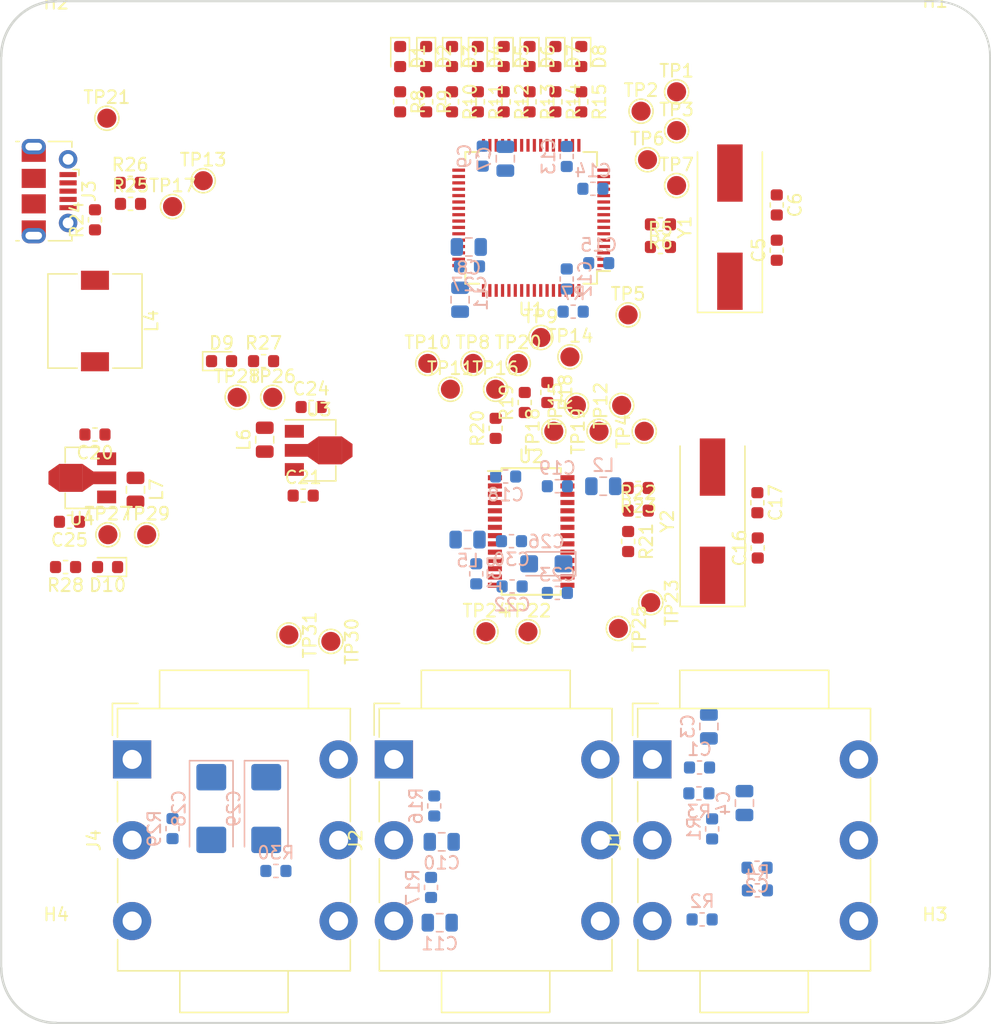
<source format=kicad_pcb>
(kicad_pcb (version 20171130) (host pcbnew 5.0.2+dfsg1-1)
  (layers (0 F.Cu signal) (31 B.Cu signal) (34 B.Paste user hide) (35 F.Paste user hide) (36 B.SilkS user hide) (37 F.SilkS user hide) (38 B.Mask user hide) (39 F.Mask user hide) (44 Edge.Cuts user))
  (net 0 "")
  (net 1 USB_DP)
  (net 2 /I2S3_CK)
  (net 3 /I2S3_SD)
  (net 4 "Net-(J3-Pad1)")
  (net 5 LLINEOUT)
  (net 6 LLINEIN)
  (net 7 RLINEOUT)
  (net 8 RLINEIN)
  (net 9 +3V3)
  (net 10 +3.3VA)
  (net 11 GND)
  (net 12 /SPI1_MISO)
  (net 13 SPI_MOSI)
  (net 14 "Net-(R7-Pad2)")
  (net 15 "Net-(TP3-Pad1)")
  (net 16 I2S_MCK)
  (net 17 /I2S2ext_SD)
  (net 18 SPI_SCK)
  (net 19 I2S_CK)
  (net 20 USB_DM)
  (net 21 SPI_CS)
  (net 22 I2S_SDI)
  (net 23 I2S_WSI)
  (net 24 "Net-(TP6-Pad1)")
  (net 25 I2S_WSO)
  (net 26 "Net-(TP7-Pad1)")
  (net 27 "Net-(TP1-Pad1)")
  (net 28 "Net-(TP2-Pad1)")
  (net 29 I2S_SDO)
  (net 30 "Net-(R21-Pad1)")
  (net 31 "Net-(C16-Pad1)")
  (net 32 "Net-(R23-Pad2)")
  (net 33 "Net-(C17-Pad1)")
  (net 34 "Net-(J3-Pad4)")
  (net 35 "Net-(J3-Pad3)")
  (net 36 "Net-(J3-Pad2)")
  (net 37 "Net-(D9-Pad2)")
  (net 38 "Net-(D10-Pad2)")
  (net 39 "Net-(C5-Pad1)")
  (net 40 "Net-(R5-Pad1)")
  (net 41 "Net-(C2-Pad1)")
  (net 42 "Net-(C1-Pad1)")
  (net 43 "Net-(R6-Pad2)")
  (net 44 "Net-(C6-Pad1)")
  (net 45 "Net-(C11-Pad1)")
  (net 46 "Net-(D1-Pad2)")
  (net 47 "Net-(D2-Pad2)")
  (net 48 "Net-(D3-Pad2)")
  (net 49 "Net-(D4-Pad2)")
  (net 50 "Net-(D5-Pad2)")
  (net 51 "Net-(D6-Pad2)")
  (net 52 "Net-(D7-Pad2)")
  (net 53 "Net-(D8-Pad2)")
  (net 54 "Net-(C10-Pad1)")
  (net 55 "Net-(C20-Pad1)")
  (net 56 "Net-(C18-Pad1)")
  (net 57 "Net-(U2-Pad2)")
  (net 58 "Net-(C22-Pad1)")
  (net 59 "Net-(C23-Pad1)")
  (net 60 "Net-(U2-Pad17)")
  (net 61 "Net-(U2-Pad18)")
  (net 62 "Net-(U1-Pad14)")
  (net 63 "Net-(U1-Pad15)")
  (net 64 "Net-(U1-Pad16)")
  (net 65 "Net-(C7-Pad1)")
  (net 66 "Net-(U1-Pad38)")
  (net 67 "Net-(U1-Pad41)")
  (net 68 "Net-(U1-Pad42)")
  (net 69 "Net-(U1-Pad43)")
  (net 70 "Net-(U1-Pad46)")
  (net 71 "Net-(C8-Pad1)")
  (net 72 "Net-(U1-Pad49)")
  (net 73 "Net-(U1-Pad54)")
  (net 74 "Net-(U1-Pad56)")
  (net 75 "Net-(U1-Pad58)")
  (net 76 "Net-(U1-Pad59)")
  (net 77 "Net-(U1-Pad61)")
  (net 78 "Net-(U1-Pad62)")
  (net 79 GNDA)
  (net 80 GNDD)
  (net 81 "Net-(J1-PadT)")
  (net 82 "Net-(J1-PadR)")
  (net 83 "Net-(J2-PadRN)")
  (net 84 "Net-(J2-PadTN)")
  (net 85 "Net-(J2-PadSN)")
  (net 86 "Net-(J1-PadSN)")
  (net 87 "Net-(J1-PadTN)")
  (net 88 "Net-(J1-PadRN)")
  (net 89 RHPOUT)
  (net 90 LHPOUT)
  (net 91 "Net-(C28-Pad2)")
  (net 92 "Net-(C29-Pad2)")
  (net 93 "Net-(J4-PadRN)")
  (net 94 "Net-(J4-PadTN)")
  (net 95 "Net-(J4-PadSN)")
  (net 96 /3V3_STM)
  (net 97 "Net-(C30-Pad1)")
  (net 98 LED5)
  (net 99 LED6)
  (net 100 LED4)
  (net 101 LED3)
  (net 102 LED2)
  (net 103 LED1)
  (net 104 LED7)
  (net 105 LED0)
  (net 106 "Net-(U1-Pad2)")
  (net 107 "Net-(U1-Pad3)")
  (net 108 "Net-(U1-Pad4)")
  (net 109 "Net-(U1-Pad39)")
  (net 110 "Net-(U1-Pad40)")
  (net 111 "Net-(U1-Pad51)")
  (net 112 "Net-(U1-Pad52)")
  (net 113 "Net-(U1-Pad53)")
  (module MountingHole:MountingHole_3.2mm_M3 (layer F.Cu) (at 123.952 74.422)
    (fp_text reference H2 (at 0 -4.2) (layer F.SilkS))
    (fp_text value MountingHole)
    (pad 1 np_thru_hole circle (at 0 0) (size 3.2 3.2) (drill 3.2) (layers *.Cu *.Mask))
  )
  (module MountingHole:MountingHole_3.2mm_M3 (layer F.Cu) (at 193.04 74.295)
    (fp_text reference H1 (at 0 -4.2) (layer F.SilkS))
    (fp_text value MountingHole)
    (pad 1 np_thru_hole circle (at 0 0) (size 3.2 3.2) (drill 3.2) (layers *.Cu *.Mask))
  )
  (module MountingHole:MountingHole_3.2mm_M3 (layer F.Cu) (at 193.04 146.05)
    (fp_text reference H3 (at 0 -4.2) (layer F.SilkS))
    (fp_text value MountingHole)
    (pad 1 np_thru_hole circle (at 0 0) (size 3.2 3.2) (drill 3.2) (layers *.Cu *.Mask))
  )
  (module MountingHole:MountingHole_3.2mm_M3 (layer F.Cu) (at 123.952 146.05)
    (fp_text reference H4 (at 0 -4.2) (layer F.SilkS))
    (fp_text value MountingHole)
    (pad 1 np_thru_hole circle (at 0 0) (size 3.2 3.2) (drill 3.2) (layers *.Cu *.Mask))
  )
  (module Capacitor_SMD:C_0603_1608Metric (layer B.Cu) (at 159.7405 112.522)
    (fp_text reference C30 (at 0 1.43) (layer B.SilkS) (effects (justify mirror)))
    (fp_text value 100n)
    (pad 1 smd roundrect (at -0.7875 0) (size 0.875 0.95) (layers B.Cu B.Paste B.Mask) (net 97 "Net-(C30-Pad1)"))
    (pad 2 smd roundrect (at 0.7875 0) (size 0.875 0.95) (layers B.Cu B.Paste B.Mask) (net 79 GNDA))
  )
  (module Connector_Audio:Jack_3.5mm_Neutrik_NMJ6HCD2_Horizontal (layer F.Cu) (at 170.815 142.367 90)
    (fp_text reference J1 (at 6.35 -3 90) (layer F.SilkS))
    (fp_text value LIN)
    (pad S thru_hole rect (at 12.7 0 90) (size 3 3) (drill 1.5) (layers *.Cu *.Mask) (net 79 GNDA))
    (pad T thru_hole circle (at 0 0 90) (size 3 3) (drill 1.5) (layers *.Cu *.Mask) (net 81 "Net-(J1-PadT)"))
    (pad R thru_hole circle (at 6.35 0 90) (size 3 3) (drill 1.5) (layers *.Cu *.Mask) (net 82 "Net-(J1-PadR)"))
    (pad SN thru_hole circle (at 12.7 16.23 90) (size 3 3) (drill 1.5) (layers *.Cu *.Mask) (net 86 "Net-(J1-PadSN)"))
    (pad TN thru_hole circle (at 0 16.23 90) (size 3 3) (drill 1.5) (layers *.Cu *.Mask) (net 87 "Net-(J1-PadTN)"))
    (pad RN thru_hole circle (at 6.35 16.23 90) (size 3 3) (drill 1.5) (layers *.Cu *.Mask) (net 88 "Net-(J1-PadRN)"))
  )
  (module Capacitor_Tantalum_SMD:CP_EIA-6032-28_Kemet-C (layer B.Cu) (at 136.144 133.5265 270)
    (fp_text reference C28 (at 0 2.55 270) (layer B.SilkS) (effects (justify mirror)))
    (fp_text value 100u)
    (pad 2 smd roundrect (at 2.4625 0 270) (size 2.075 2.35) (layers B.Cu B.Paste B.Mask) (roundrect_rratio 0.120482) (net 91 "Net-(C28-Pad2)"))
    (pad 1 smd roundrect (at -2.4625 0 270) (size 2.075 2.35) (layers B.Cu B.Paste B.Mask) (roundrect_rratio 0.120482) (net 89 RHPOUT))
  )
  (module Capacitor_Tantalum_SMD:CP_EIA-6032-28_Kemet-C (layer B.Cu) (at 140.462 133.5265 270)
    (fp_text reference C29 (at 0 2.55 270) (layer B.SilkS) (effects (justify mirror)))
    (fp_text value 100u)
    (pad 1 smd roundrect (at -2.4625 0 270) (size 2.075 2.35) (layers B.Cu B.Paste B.Mask) (roundrect_rratio 0.120482) (net 90 LHPOUT))
    (pad 2 smd roundrect (at 2.4625 0 270) (size 2.075 2.35) (layers B.Cu B.Paste B.Mask) (roundrect_rratio 0.120482) (net 92 "Net-(C29-Pad2)"))
  )
  (module Connector_Audio:Jack_3.5mm_Neutrik_NMJ6HCD2_Horizontal (layer F.Cu) (at 129.921 142.367 90)
    (fp_text reference J4 (at 6.35 -3 90) (layer F.SilkS))
    (fp_text value HPOUT)
    (pad RN thru_hole circle (at 6.35 16.23 90) (size 3 3) (drill 1.5) (layers *.Cu *.Mask) (net 93 "Net-(J4-PadRN)"))
    (pad TN thru_hole circle (at 0 16.23 90) (size 3 3) (drill 1.5) (layers *.Cu *.Mask) (net 94 "Net-(J4-PadTN)"))
    (pad SN thru_hole circle (at 12.7 16.23 90) (size 3 3) (drill 1.5) (layers *.Cu *.Mask) (net 95 "Net-(J4-PadSN)"))
    (pad R thru_hole circle (at 6.35 0 90) (size 3 3) (drill 1.5) (layers *.Cu *.Mask) (net 91 "Net-(C28-Pad2)"))
    (pad T thru_hole circle (at 0 0 90) (size 3 3) (drill 1.5) (layers *.Cu *.Mask) (net 92 "Net-(C29-Pad2)"))
    (pad S thru_hole rect (at 12.7 0 90) (size 3 3) (drill 1.5) (layers *.Cu *.Mask) (net 79 GNDA))
  )
  (module Resistor_SMD:R_0603_1608Metric (layer B.Cu) (at 156.972 115.0875 90)
    (fp_text reference R31 (at 0 1.43 90) (layer B.SilkS) (effects (justify mirror)))
    (fp_text value 3.3)
    (pad 1 smd roundrect (at -0.7875 0 90) (size 0.875 0.95) (layers B.Cu B.Paste B.Mask) (net 58 "Net-(C22-Pad1)"))
    (pad 2 smd roundrect (at 0.7875 0 90) (size 0.875 0.95) (layers B.Cu B.Paste B.Mask) (net 97 "Net-(C30-Pad1)"))
  )
  (module Resistor_SMD:R_0603_1608Metric (layer B.Cu) (at 141.224 138.43 180)
    (fp_text reference R30 (at 0 1.43 180) (layer B.SilkS) (effects (justify mirror)))
    (fp_text value 100k)
    (pad 2 smd roundrect (at 0.7875 0 180) (size 0.875 0.95) (layers B.Cu B.Paste B.Mask) (net 92 "Net-(C29-Pad2)"))
    (pad 1 smd roundrect (at -0.7875 0 180) (size 0.875 0.95) (layers B.Cu B.Paste B.Mask) (net 79 GNDA))
  )
  (module Resistor_SMD:R_0603_1608Metric (layer B.Cu) (at 133.096 135.1025 270)
    (fp_text reference R29 (at 0 1.43 270) (layer B.SilkS) (effects (justify mirror)))
    (fp_text value 100k)
    (pad 1 smd roundrect (at -0.7875 0 270) (size 0.875 0.95) (layers B.Cu B.Paste B.Mask) (net 79 GNDA))
    (pad 2 smd roundrect (at 0.7875 0 270) (size 0.875 0.95) (layers B.Cu B.Paste B.Mask) (net 91 "Net-(C28-Pad2)"))
  )
  (module TestPoint:TestPoint_Pad_D1.5mm (layer F.Cu) (at 145.542 120.396 270)
    (fp_text reference TP30 (at 0 -1.648 270) (layer F.SilkS))
    (fp_text value LHP)
    (pad 1 smd circle (at 0 0 270) (size 1.5 1.5) (layers F.Cu F.Mask) (net 90 LHPOUT))
  )
  (module TestPoint:TestPoint_Pad_D1.5mm (layer F.Cu) (at 142.24 119.888 270)
    (fp_text reference TP31 (at 0 -1.648 270) (layer F.SilkS))
    (fp_text value RHP)
    (pad 1 smd circle (at 0 0 270) (size 1.5 1.5) (layers F.Cu F.Mask) (net 89 RHPOUT))
  )
  (module Connector_Audio:Jack_3.5mm_Neutrik_NMJ6HCD2_Horizontal (layer F.Cu) (at 150.495 142.367 90)
    (fp_text reference J2 (at 6.35 -3 90) (layer F.SilkS))
    (fp_text value LOUT)
    (pad RN thru_hole circle (at 6.35 16.23 90) (size 3 3) (drill 1.5) (layers *.Cu *.Mask) (net 83 "Net-(J2-PadRN)"))
    (pad TN thru_hole circle (at 0 16.23 90) (size 3 3) (drill 1.5) (layers *.Cu *.Mask) (net 84 "Net-(J2-PadTN)"))
    (pad SN thru_hole circle (at 12.7 16.23 90) (size 3 3) (drill 1.5) (layers *.Cu *.Mask) (net 85 "Net-(J2-PadSN)"))
    (pad R thru_hole circle (at 6.35 0 90) (size 3 3) (drill 1.5) (layers *.Cu *.Mask) (net 54 "Net-(C10-Pad1)"))
    (pad T thru_hole circle (at 0 0 90) (size 3 3) (drill 1.5) (layers *.Cu *.Mask) (net 45 "Net-(C11-Pad1)"))
    (pad S thru_hole rect (at 12.7 0 90) (size 3 3) (drill 1.5) (layers *.Cu *.Mask) (net 79 GNDA))
  )
  (module Crystal:Crystal_SMD_HC49-SD (layer F.Cu) (at 176.912671 87.850531 90)
    (fp_text reference Y1 (at 0 -3.55 90) (layer F.SilkS))
    (fp_text value 8MHz)
    (pad 2 smd rect (at 4.25 0 90) (size 4.5 2) (layers F.Cu F.Paste F.Mask) (net 44 "Net-(C6-Pad1)"))
    (pad 1 smd rect (at -4.25 0 90) (size 4.5 2) (layers F.Cu F.Paste F.Mask) (net 39 "Net-(C5-Pad1)"))
  )
  (module Crystal:Crystal_SMD_HC49-SD (layer F.Cu) (at 175.543065 110.950103 90)
    (fp_text reference Y2 (at 0 -3.55 90) (layer F.SilkS))
    (fp_text value 12MHz)
    (pad 1 smd rect (at -4.25 0 90) (size 4.5 2) (layers F.Cu F.Paste F.Mask) (net 31 "Net-(C16-Pad1)"))
    (pad 2 smd rect (at 4.25 0 90) (size 4.5 2) (layers F.Cu F.Paste F.Mask) (net 33 "Net-(C17-Pad1)"))
  )
  (module Capacitor_SMD:C_0603_1608Metric (layer B.Cu) (at 164.084 82.296 270)
    (fp_text reference C13 (at 0 1.43 270) (layer B.SilkS) (effects (justify mirror)))
    (fp_text value 100n)
    (pad 2 smd roundrect (at 0.7875 0 270) (size 0.875 0.95) (layers B.Cu B.Paste B.Mask) (net 80 GNDD))
    (pad 1 smd roundrect (at -0.7875 0 270) (size 0.875 0.95) (layers B.Cu B.Paste B.Mask) (net 96 /3V3_STM))
  )
  (module Capacitor_SMD:C_0603_1608Metric (layer B.Cu) (at 174.5235 130.302 180)
    (fp_text reference C1 (at 0 1.43 180) (layer B.SilkS) (effects (justify mirror)))
    (fp_text value 47p)
    (pad 1 smd roundrect (at -0.7875 0 180) (size 0.875 0.95) (layers B.Cu B.Paste B.Mask) (net 42 "Net-(C1-Pad1)"))
    (pad 2 smd roundrect (at 0.7875 0 180) (size 0.875 0.95) (layers B.Cu B.Paste B.Mask) (net 79 GNDA))
  )
  (module Capacitor_SMD:C_0603_1608Metric (layer B.Cu) (at 164.084 91.9225 90)
    (fp_text reference C12 (at 0 1.43 90) (layer B.SilkS) (effects (justify mirror)))
    (fp_text value 100n)
    (pad 2 smd roundrect (at 0.7875 0 90) (size 0.875 0.95) (layers B.Cu B.Paste B.Mask) (net 80 GNDD))
    (pad 1 smd roundrect (at -0.7875 0 90) (size 0.875 0.95) (layers B.Cu B.Paste B.Mask) (net 96 /3V3_STM))
  )
  (module Capacitor_SMD:C_0603_1608Metric (layer B.Cu) (at 157.48 82.2705 270)
    (fp_text reference C9 (at 0 1.43 270) (layer B.SilkS) (effects (justify mirror)))
    (fp_text value 100n)
    (pad 1 smd roundrect (at -0.7875 0 270) (size 0.875 0.95) (layers B.Cu B.Paste B.Mask) (net 96 /3V3_STM))
    (pad 2 smd roundrect (at 0.7875 0 270) (size 0.875 0.95) (layers B.Cu B.Paste B.Mask) (net 80 GNDD))
  )
  (module Capacitor_SMD:C_0603_1608Metric (layer F.Cu) (at 180.594 86.106 270)
    (fp_text reference C6 (at 0 -1.43 270) (layer F.SilkS))
    (fp_text value 20p)
    (pad 2 smd roundrect (at 0.7875 0 270) (size 0.875 0.95) (layers F.Cu F.Paste F.Mask) (net 80 GNDD))
    (pad 1 smd roundrect (at -0.7875 0 270) (size 0.875 0.95) (layers F.Cu F.Paste F.Mask) (net 44 "Net-(C6-Pad1)"))
  )
  (module Capacitor_SMD:C_0603_1608Metric (layer F.Cu) (at 180.594 89.662 90)
    (fp_text reference C5 (at 0 -1.43 90) (layer F.SilkS))
    (fp_text value 20p)
    (pad 1 smd roundrect (at -0.7875 0 90) (size 0.875 0.95) (layers F.Cu F.Paste F.Mask) (net 39 "Net-(C5-Pad1)"))
    (pad 2 smd roundrect (at 0.7875 0 90) (size 0.875 0.95) (layers F.Cu F.Paste F.Mask) (net 80 GNDD))
  )
  (module Capacitor_SMD:C_0603_1608Metric (layer B.Cu) (at 179.0445 138.176)
    (fp_text reference C2 (at 0 1.43) (layer B.SilkS) (effects (justify mirror)))
    (fp_text value 47p)
    (pad 2 smd roundrect (at 0.7875 0) (size 0.875 0.95) (layers B.Cu B.Paste B.Mask) (net 79 GNDA))
    (pad 1 smd roundrect (at -0.7875 0) (size 0.875 0.95) (layers B.Cu B.Paste B.Mask) (net 41 "Net-(C2-Pad1)"))
  )
  (module Capacitor_SMD:C_0603_1608Metric (layer B.Cu) (at 166.1415 84.836 180)
    (fp_text reference C14 (at 0 1.43 180) (layer B.SilkS) (effects (justify mirror)))
    (fp_text value 100n)
    (pad 1 smd roundrect (at -0.7875 0 180) (size 0.875 0.95) (layers B.Cu B.Paste B.Mask) (net 96 /3V3_STM))
    (pad 2 smd roundrect (at 0.7875 0 180) (size 0.875 0.95) (layers B.Cu B.Paste B.Mask) (net 80 GNDD))
  )
  (module Capacitor_SMD:C_0603_1608Metric (layer B.Cu) (at 166.5985 90.678 180)
    (fp_text reference C15 (at 0 1.43 180) (layer B.SilkS) (effects (justify mirror)))
    (fp_text value 100n)
    (pad 2 smd roundrect (at 0.7875 0 180) (size 0.875 0.95) (layers B.Cu B.Paste B.Mask) (net 80 GNDD))
    (pad 1 smd roundrect (at -0.7875 0 180) (size 0.875 0.95) (layers B.Cu B.Paste B.Mask) (net 96 /3V3_STM))
  )
  (module Capacitor_SMD:C_0603_1608Metric (layer F.Cu) (at 179.099065 113.0555 90)
    (fp_text reference C16 (at 0 -1.43 90) (layer F.SilkS))
    (fp_text value 20p)
    (pad 1 smd roundrect (at -0.7875 0 90) (size 0.875 0.95) (layers F.Cu F.Paste F.Mask) (net 31 "Net-(C16-Pad1)"))
    (pad 2 smd roundrect (at 0.7875 0 90) (size 0.875 0.95) (layers F.Cu F.Paste F.Mask) (net 80 GNDD))
  )
  (module Capacitor_SMD:C_0603_1608Metric (layer F.Cu) (at 179.07 109.4995 270)
    (fp_text reference C17 (at 0 -1.43 270) (layer F.SilkS))
    (fp_text value 20p)
    (pad 2 smd roundrect (at 0.7875 0 270) (size 0.875 0.95) (layers F.Cu F.Paste F.Mask) (net 80 GNDD))
    (pad 1 smd roundrect (at -0.7875 0 270) (size 0.875 0.95) (layers F.Cu F.Paste F.Mask) (net 33 "Net-(C17-Pad1)"))
  )
  (module Capacitor_SMD:C_0603_1608Metric (layer B.Cu) (at 159.2835 107.442)
    (fp_text reference C18 (at 0 1.43) (layer B.SilkS) (effects (justify mirror)))
    (fp_text value 100n)
    (pad 1 smd roundrect (at -0.7875 0) (size 0.875 0.95) (layers B.Cu B.Paste B.Mask) (net 56 "Net-(C18-Pad1)"))
    (pad 2 smd roundrect (at 0.7875 0) (size 0.875 0.95) (layers B.Cu B.Paste B.Mask) (net 80 GNDD))
  )
  (module Capacitor_SMD:C_0603_1608Metric (layer B.Cu) (at 163.3475 108.204 180)
    (fp_text reference C19 (at 0 1.43 180) (layer B.SilkS) (effects (justify mirror)))
    (fp_text value 100n)
    (pad 2 smd roundrect (at 0.7875 0 180) (size 0.875 0.95) (layers B.Cu B.Paste B.Mask) (net 80 GNDD))
    (pad 1 smd roundrect (at -0.7875 0 180) (size 0.875 0.95) (layers B.Cu B.Paste B.Mask) (net 56 "Net-(C18-Pad1)"))
  )
  (module Capacitor_SMD:C_0603_1608Metric (layer F.Cu) (at 127 104.14 180)
    (fp_text reference C20 (at 0 -1.43 180) (layer F.SilkS))
    (fp_text value 330n)
    (pad 1 smd roundrect (at -0.7875 0 180) (size 0.875 0.95) (layers F.Cu F.Paste F.Mask) (net 55 "Net-(C20-Pad1)"))
    (pad 2 smd roundrect (at 0.7875 0 180) (size 0.875 0.95) (layers F.Cu F.Paste F.Mask) (net 11 GND))
  )
  (module Capacitor_SMD:C_0603_1608Metric (layer F.Cu) (at 143.366147 108.943552)
    (fp_text reference C21 (at 0 -1.43) (layer F.SilkS))
    (fp_text value 330n)
    (pad 2 smd roundrect (at 0.7875 0) (size 0.875 0.95) (layers F.Cu F.Paste F.Mask) (net 11 GND))
    (pad 1 smd roundrect (at -0.7875 0) (size 0.875 0.95) (layers F.Cu F.Paste F.Mask) (net 55 "Net-(C20-Pad1)"))
  )
  (module Capacitor_SMD:C_0603_1608Metric (layer B.Cu) (at 159.7915 116.078)
    (fp_text reference C22 (at 0 1.43) (layer B.SilkS) (effects (justify mirror)))
    (fp_text value 100n)
    (pad 1 smd roundrect (at -0.7875 0) (size 0.875 0.95) (layers B.Cu B.Paste B.Mask) (net 58 "Net-(C22-Pad1)"))
    (pad 2 smd roundrect (at 0.7875 0) (size 0.875 0.95) (layers B.Cu B.Paste B.Mask) (net 79 GNDA))
  )
  (module Capacitor_SMD:C_0603_1608Metric (layer B.Cu) (at 163.3475 116.586 180)
    (fp_text reference C23 (at 0 1.43 180) (layer B.SilkS) (effects (justify mirror)))
    (fp_text value 100n)
    (pad 2 smd roundrect (at 0.7875 0 180) (size 0.875 0.95) (layers B.Cu B.Paste B.Mask) (net 79 GNDA))
    (pad 1 smd roundrect (at -0.7875 0 180) (size 0.875 0.95) (layers B.Cu B.Paste B.Mask) (net 59 "Net-(C23-Pad1)"))
  )
  (module Capacitor_SMD:C_0603_1608Metric (layer F.Cu) (at 143.9925 101.981)
    (fp_text reference C24 (at 0 -1.43) (layer F.SilkS))
    (fp_text value 100n)
    (pad 1 smd roundrect (at -0.7875 0) (size 0.875 0.95) (layers F.Cu F.Paste F.Mask) (net 9 +3V3))
    (pad 2 smd roundrect (at 0.7875 0) (size 0.875 0.95) (layers F.Cu F.Paste F.Mask) (net 80 GNDD))
  )
  (module Capacitor_SMD:C_0603_1608Metric (layer F.Cu) (at 124.9935 110.998 180)
    (fp_text reference C25 (at 0 -1.43 180) (layer F.SilkS))
    (fp_text value 100n)
    (pad 2 smd roundrect (at 0.7875 0 180) (size 0.875 0.95) (layers F.Cu F.Paste F.Mask) (net 79 GNDA))
    (pad 1 smd roundrect (at -0.7875 0 180) (size 0.875 0.95) (layers F.Cu F.Paste F.Mask) (net 10 +3.3VA))
  )
  (module Capacitor_SMD:C_0603_1608Metric (layer B.Cu) (at 156.4385 90.932)
    (fp_text reference C27 (at 0 1.43) (layer B.SilkS) (effects (justify mirror)))
    (fp_text value 100n)
    (pad 1 smd roundrect (at -0.7875 0) (size 0.875 0.95) (layers B.Cu B.Paste B.Mask) (net 96 /3V3_STM))
    (pad 2 smd roundrect (at 0.7875 0) (size 0.875 0.95) (layers B.Cu B.Paste B.Mask) (net 80 GNDD))
  )
  (module Capacitor_SMD:C_0805_2012Metric (layer B.Cu) (at 175.26 127.0785 270)
    (fp_text reference C3 (at 0 1.65 270) (layer B.SilkS) (effects (justify mirror)))
    (fp_text value 1u)
    (pad 2 smd roundrect (at 0.9375 0 270) (size 0.975 1.4) (layers B.Cu B.Paste B.Mask) (net 42 "Net-(C1-Pad1)"))
    (pad 1 smd roundrect (at -0.9375 0 270) (size 0.975 1.4) (layers B.Cu B.Paste B.Mask) (net 8 RLINEIN))
  )
  (module Capacitor_SMD:C_0805_2012Metric (layer B.Cu) (at 178.054 133.096 270)
    (fp_text reference C4 (at 0 1.65 270) (layer B.SilkS) (effects (justify mirror)))
    (fp_text value 1u)
    (pad 1 smd roundrect (at -0.9375 0 270) (size 0.975 1.4) (layers B.Cu B.Paste B.Mask) (net 6 LLINEIN))
    (pad 2 smd roundrect (at 0.9375 0 270) (size 0.975 1.4) (layers B.Cu B.Paste B.Mask) (net 41 "Net-(C2-Pad1)"))
  )
  (module Capacitor_SMD:C_0805_2012Metric (layer B.Cu) (at 154.0995 142.494)
    (fp_text reference C11 (at 0 1.65) (layer B.SilkS) (effects (justify mirror)))
    (fp_text value 1u)
    (pad 2 smd roundrect (at 0.9375 0) (size 0.975 1.4) (layers B.Cu B.Paste B.Mask) (net 5 LLINEOUT))
    (pad 1 smd roundrect (at -0.9375 0) (size 0.975 1.4) (layers B.Cu B.Paste B.Mask) (net 45 "Net-(C11-Pad1)"))
  )
  (module Capacitor_SMD:C_0805_2012Metric (layer B.Cu) (at 156.3855 89.408)
    (fp_text reference C8 (at 0 1.65) (layer B.SilkS) (effects (justify mirror)))
    (fp_text value 2.2u)
    (pad 1 smd roundrect (at -0.9375 0) (size 0.975 1.4) (layers B.Cu B.Paste B.Mask) (net 71 "Net-(C8-Pad1)"))
    (pad 2 smd roundrect (at 0.9375 0) (size 0.975 1.4) (layers B.Cu B.Paste B.Mask) (net 80 GNDD))
  )
  (module Capacitor_SMD:C_0805_2012Metric (layer B.Cu) (at 154.2565 136.144)
    (fp_text reference C10 (at 0 1.65) (layer B.SilkS) (effects (justify mirror)))
    (fp_text value 1u)
    (pad 2 smd roundrect (at 0.9375 0) (size 0.975 1.4) (layers B.Cu B.Paste B.Mask) (net 7 RLINEOUT))
    (pad 1 smd roundrect (at -0.9375 0) (size 0.975 1.4) (layers B.Cu B.Paste B.Mask) (net 54 "Net-(C10-Pad1)"))
  )
  (module Capacitor_SMD:C_0805_2012Metric (layer B.Cu) (at 159.258 82.4715 270)
    (fp_text reference C7 (at 0 1.65 270) (layer B.SilkS) (effects (justify mirror)))
    (fp_text value 2.2u)
    (pad 1 smd roundrect (at -0.9375 0 270) (size 0.975 1.4) (layers B.Cu B.Paste B.Mask) (net 65 "Net-(C7-Pad1)"))
    (pad 2 smd roundrect (at 0.9375 0 270) (size 0.975 1.4) (layers B.Cu B.Paste B.Mask) (net 80 GNDD))
  )
  (module Capacitor_Tantalum_SMD:CP_EIA-3216-18_Kemet-A (layer B.Cu) (at 162.48 114.3 180)
    (fp_text reference C26 (at 0 1.75 180) (layer B.SilkS) (effects (justify mirror)))
    (fp_text value 10u)
    (pad 1 smd roundrect (at -1.35 0 180) (size 1.4 1.35) (layers B.Cu B.Paste B.Mask) (roundrect_rratio 0.185185) (net 59 "Net-(C23-Pad1)"))
    (pad 2 smd roundrect (at 1.35 0 180) (size 1.4 1.35) (layers B.Cu B.Paste B.Mask) (roundrect_rratio 0.185185) (net 79 GNDA))
  )
  (module Connector_USB:USB_Micro-B_Molex-105017-0001 (layer F.Cu) (at 123.423584 85.020446 270)
    (fp_text reference J3 (at 0 -3.1125 270) (layer F.SilkS))
    (fp_text value USB_B_Micro)
    (pad 6 smd rect (at 1 1.2375 270) (size 1.5 1.9) (layers F.Cu F.Paste F.Mask) (net 11 GND))
    (pad 6 thru_hole circle (at -2.5 -1.4625 270) (size 1.45 1.45) (drill 0.85) (layers *.Cu *.Mask) (net 11 GND))
    (pad 2 smd rect (at -0.65 -1.4625 270) (size 0.4 1.35) (layers F.Cu F.Paste F.Mask) (net 36 "Net-(J3-Pad2)"))
    (pad 1 smd rect (at -1.3 -1.4625 270) (size 0.4 1.35) (layers F.Cu F.Paste F.Mask) (net 4 "Net-(J3-Pad1)"))
    (pad 5 smd rect (at 1.3 -1.4625 270) (size 0.4 1.35) (layers F.Cu F.Paste F.Mask) (net 11 GND))
    (pad 4 smd rect (at 0.65 -1.4625 270) (size 0.4 1.35) (layers F.Cu F.Paste F.Mask) (net 34 "Net-(J3-Pad4)"))
    (pad 3 smd rect (at 0 -1.4625 270) (size 0.4 1.35) (layers F.Cu F.Paste F.Mask) (net 35 "Net-(J3-Pad3)"))
    (pad 6 thru_hole circle (at 2.5 -1.4625 270) (size 1.45 1.45) (drill 0.85) (layers *.Cu *.Mask) (net 11 GND))
    (pad 6 smd rect (at -1 1.2375 270) (size 1.5 1.9) (layers F.Cu F.Paste F.Mask) (net 11 GND))
    (pad 6 thru_hole oval (at -3.5 1.2375 90) (size 1.2 1.9) (drill oval 0.6 1.3) (layers *.Cu *.Mask) (net 11 GND))
    (pad 6 thru_hole oval (at 3.5 1.2375 270) (size 1.2 1.9) (drill oval 0.6 1.3) (layers *.Cu *.Mask) (net 11 GND))
    (pad 6 smd rect (at 2.9 1.2375 270) (size 1.2 1.9) (layers F.Cu F.Mask) (net 11 GND))
    (pad 6 smd rect (at -2.9 1.2375 270) (size 1.2 1.9) (layers F.Cu F.Mask) (net 11 GND))
  )
  (module Inductor_SMD:L_0805_2012Metric (layer B.Cu) (at 156.2885 112.395)
    (fp_text reference L5 (at 0 1.65) (layer B.SilkS) (effects (justify mirror)))
    (fp_text value FB)
    (pad 1 smd roundrect (at -0.9375 0) (size 0.975 1.4) (layers B.Cu B.Paste B.Mask) (net 10 +3.3VA))
    (pad 2 smd roundrect (at 0.9375 0) (size 0.975 1.4) (layers B.Cu B.Paste B.Mask) (net 97 "Net-(C30-Pad1)"))
  )
  (module Inductor_SMD:L_0805_2012Metric (layer B.Cu) (at 155.702 93.5505 90)
    (fp_text reference L1 (at 0 1.65 90) (layer B.SilkS) (effects (justify mirror)))
    (fp_text value FB)
    (pad 2 smd roundrect (at 0.9375 0 90) (size 0.975 1.4) (layers B.Cu B.Paste B.Mask) (net 96 /3V3_STM))
    (pad 1 smd roundrect (at -0.9375 0 90) (size 0.975 1.4) (layers B.Cu B.Paste B.Mask) (net 9 +3V3))
  )
  (module Inductor_SMD:L_0805_2012Metric (layer B.Cu) (at 166.9565 108.204 180)
    (fp_text reference L2 (at 0 1.65 180) (layer B.SilkS) (effects (justify mirror)))
    (fp_text value FB)
    (pad 1 smd roundrect (at -0.9375 0 180) (size 0.975 1.4) (layers B.Cu B.Paste B.Mask) (net 9 +3V3))
    (pad 2 smd roundrect (at 0.9375 0 180) (size 0.975 1.4) (layers B.Cu B.Paste B.Mask) (net 56 "Net-(C18-Pad1)"))
  )
  (module Inductor_SMD:L_0805_2012Metric (layer F.Cu) (at 140.343647 104.547052 90)
    (fp_text reference L6 (at 0 -1.65 90) (layer F.SilkS))
    (fp_text value FB)
    (pad 2 smd roundrect (at 0.9375 0 90) (size 0.975 1.4) (layers F.Cu F.Paste F.Mask) (net 80 GNDD))
    (pad 1 smd roundrect (at -0.9375 0 90) (size 0.975 1.4) (layers F.Cu F.Paste F.Mask) (net 11 GND))
  )
  (module Inductor_SMD:L_0805_2012Metric (layer F.Cu) (at 130.183647 108.484052 270)
    (fp_text reference L7 (at 0 -1.65 270) (layer F.SilkS))
    (fp_text value FB)
    (pad 1 smd roundrect (at -0.9375 0 270) (size 0.975 1.4) (layers F.Cu F.Paste F.Mask) (net 11 GND))
    (pad 2 smd roundrect (at 0.9375 0 270) (size 0.975 1.4) (layers F.Cu F.Paste F.Mask) (net 79 GNDA))
  )
  (module Inductor_SMD:L_7.3x7.3_H4.5 (layer F.Cu) (at 127 95.225 270)
    (fp_text reference L4 (at 0 -4.45 270) (layer F.SilkS))
    (fp_text value 1m)
    (pad 1 smd rect (at -3.2 0 270) (size 1.5 2.2) (layers F.Cu F.Paste F.Mask) (net 4 "Net-(J3-Pad1)"))
    (pad 2 smd rect (at 3.2 0 270) (size 1.5 2.2) (layers F.Cu F.Paste F.Mask) (net 55 "Net-(C20-Pad1)"))
  )
  (module LED_SMD:LED_0603_1608Metric (layer F.Cu) (at 127.9905 114.554 180)
    (fp_text reference D10 (at 0 -1.43 180) (layer F.SilkS))
    (fp_text value 3.3VA)
    (pad 2 smd roundrect (at 0.7875 0 180) (size 0.875 0.95) (layers F.Cu F.Paste F.Mask) (net 38 "Net-(D10-Pad2)"))
    (pad 1 smd roundrect (at -0.7875 0 180) (size 0.875 0.95) (layers F.Cu F.Paste F.Mask) (net 79 GNDA))
  )
  (module LED_SMD:LED_0603_1608Metric (layer F.Cu) (at 165.227 74.4475 270)
    (fp_text reference D8 (at 0 -1.43 270) (layer F.SilkS))
    (fp_text value 7)
    (pad 1 smd roundrect (at -0.7875 0 270) (size 0.875 0.95) (layers F.Cu F.Paste F.Mask) (net 80 GNDD))
    (pad 2 smd roundrect (at 0.7875 0 270) (size 0.875 0.95) (layers F.Cu F.Paste F.Mask) (net 53 "Net-(D8-Pad2)"))
  )
  (module LED_SMD:LED_0603_1608Metric (layer F.Cu) (at 163.195 74.4475 270)
    (fp_text reference D7 (at 0 -1.43 270) (layer F.SilkS))
    (fp_text value 6)
    (pad 2 smd roundrect (at 0.7875 0 270) (size 0.875 0.95) (layers F.Cu F.Paste F.Mask) (net 52 "Net-(D7-Pad2)"))
    (pad 1 smd roundrect (at -0.7875 0 270) (size 0.875 0.95) (layers F.Cu F.Paste F.Mask) (net 80 GNDD))
  )
  (module LED_SMD:LED_0603_1608Metric (layer F.Cu) (at 161.163 74.4475 270)
    (fp_text reference D6 (at 0 -1.43 270) (layer F.SilkS))
    (fp_text value 5)
    (pad 1 smd roundrect (at -0.7875 0 270) (size 0.875 0.95) (layers F.Cu F.Paste F.Mask) (net 80 GNDD))
    (pad 2 smd roundrect (at 0.7875 0 270) (size 0.875 0.95) (layers F.Cu F.Paste F.Mask) (net 51 "Net-(D6-Pad2)"))
  )
  (module LED_SMD:LED_0603_1608Metric (layer F.Cu) (at 159.131 74.4475 270)
    (fp_text reference D5 (at 0 -1.43 270) (layer F.SilkS))
    (fp_text value 4)
    (pad 2 smd roundrect (at 0.7875 0 270) (size 0.875 0.95) (layers F.Cu F.Paste F.Mask) (net 50 "Net-(D5-Pad2)"))
    (pad 1 smd roundrect (at -0.7875 0 270) (size 0.875 0.95) (layers F.Cu F.Paste F.Mask) (net 80 GNDD))
  )
  (module LED_SMD:LED_0603_1608Metric (layer F.Cu) (at 157.099 74.4475 270)
    (fp_text reference D4 (at 0 -1.43 270) (layer F.SilkS))
    (fp_text value 3)
    (pad 1 smd roundrect (at -0.7875 0 270) (size 0.875 0.95) (layers F.Cu F.Paste F.Mask) (net 80 GNDD))
    (pad 2 smd roundrect (at 0.7875 0 270) (size 0.875 0.95) (layers F.Cu F.Paste F.Mask) (net 49 "Net-(D4-Pad2)"))
  )
  (module LED_SMD:LED_0603_1608Metric (layer F.Cu) (at 155.067 74.4475 270)
    (fp_text reference D3 (at 0 -1.43 270) (layer F.SilkS))
    (fp_text value 2)
    (pad 2 smd roundrect (at 0.7875 0 270) (size 0.875 0.95) (layers F.Cu F.Paste F.Mask) (net 48 "Net-(D3-Pad2)"))
    (pad 1 smd roundrect (at -0.7875 0 270) (size 0.875 0.95) (layers F.Cu F.Paste F.Mask) (net 80 GNDD))
  )
  (module LED_SMD:LED_0603_1608Metric (layer F.Cu) (at 153.035 74.4475 270)
    (fp_text reference D2 (at 0 -1.43 270) (layer F.SilkS))
    (fp_text value 1)
    (pad 1 smd roundrect (at -0.7875 0 270) (size 0.875 0.95) (layers F.Cu F.Paste F.Mask) (net 80 GNDD))
    (pad 2 smd roundrect (at 0.7875 0 270) (size 0.875 0.95) (layers F.Cu F.Paste F.Mask) (net 47 "Net-(D2-Pad2)"))
  )
  (module LED_SMD:LED_0603_1608Metric (layer F.Cu) (at 150.986154 74.4475 270)
    (fp_text reference D1 (at 0 -1.43 270) (layer F.SilkS))
    (fp_text value 0)
    (pad 2 smd roundrect (at 0.7875 0 270) (size 0.875 0.95) (layers F.Cu F.Paste F.Mask) (net 46 "Net-(D1-Pad2)"))
    (pad 1 smd roundrect (at -0.7875 0 270) (size 0.875 0.95) (layers F.Cu F.Paste F.Mask) (net 80 GNDD))
  )
  (module LED_SMD:LED_0603_1608Metric (layer F.Cu) (at 136.950857 98.376203)
    (fp_text reference D9 (at 0 -1.43) (layer F.SilkS))
    (fp_text value 3.3V)
    (pad 1 smd roundrect (at -0.7875 0) (size 0.875 0.95) (layers F.Cu F.Paste F.Mask) (net 80 GNDD))
    (pad 2 smd roundrect (at 0.7875 0) (size 0.875 0.95) (layers F.Cu F.Paste F.Mask) (net 37 "Net-(D9-Pad2)"))
  )
  (module Package_QFP:LQFP-64_10x10mm_P0.5mm (layer F.Cu) (at 161.29 87.122 180)
    (fp_text reference U1 (at 0 -7.2 180) (layer F.SilkS))
    (fp_text value STM32F405RGTx)
    (pad 1 smd rect (at -5.7 -3.75 180) (size 1 0.25) (layers F.Cu F.Paste F.Mask) (net 96 /3V3_STM))
    (pad 2 smd rect (at -5.7 -3.25 180) (size 1 0.25) (layers F.Cu F.Paste F.Mask) (net 106 "Net-(U1-Pad2)"))
    (pad 3 smd rect (at -5.7 -2.75 180) (size 1 0.25) (layers F.Cu F.Paste F.Mask) (net 107 "Net-(U1-Pad3)"))
    (pad 4 smd rect (at -5.7 -2.25 180) (size 1 0.25) (layers F.Cu F.Paste F.Mask) (net 108 "Net-(U1-Pad4)"))
    (pad 5 smd rect (at -5.7 -1.75 180) (size 1 0.25) (layers F.Cu F.Paste F.Mask) (net 40 "Net-(R5-Pad1)"))
    (pad 6 smd rect (at -5.7 -1.25 180) (size 1 0.25) (layers F.Cu F.Paste F.Mask) (net 43 "Net-(R6-Pad2)"))
    (pad 7 smd rect (at -5.7 -0.75 180) (size 1 0.25) (layers F.Cu F.Paste F.Mask) (net 26 "Net-(TP7-Pad1)"))
    (pad 8 smd rect (at -5.7 -0.25 180) (size 1 0.25) (layers F.Cu F.Paste F.Mask) (net 24 "Net-(TP6-Pad1)"))
    (pad 9 smd rect (at -5.7 0.25 180) (size 1 0.25) (layers F.Cu F.Paste F.Mask) (net 15 "Net-(TP3-Pad1)"))
    (pad 10 smd rect (at -5.7 0.75 180) (size 1 0.25) (layers F.Cu F.Paste F.Mask) (net 28 "Net-(TP2-Pad1)"))
    (pad 11 smd rect (at -5.7 1.25 180) (size 1 0.25) (layers F.Cu F.Paste F.Mask) (net 27 "Net-(TP1-Pad1)"))
    (pad 12 smd rect (at -5.7 1.75 180) (size 1 0.25) (layers F.Cu F.Paste F.Mask) (net 80 GNDD))
    (pad 13 smd rect (at -5.7 2.25 180) (size 1 0.25) (layers F.Cu F.Paste F.Mask) (net 96 /3V3_STM))
    (pad 14 smd rect (at -5.7 2.75 180) (size 1 0.25) (layers F.Cu F.Paste F.Mask) (net 62 "Net-(U1-Pad14)"))
    (pad 15 smd rect (at -5.7 3.25 180) (size 1 0.25) (layers F.Cu F.Paste F.Mask) (net 63 "Net-(U1-Pad15)"))
    (pad 16 smd rect (at -5.7 3.75 180) (size 1 0.25) (layers F.Cu F.Paste F.Mask) (net 64 "Net-(U1-Pad16)"))
    (pad 17 smd rect (at -3.75 5.7 270) (size 1 0.25) (layers F.Cu F.Paste F.Mask) (net 104 LED7))
    (pad 18 smd rect (at -3.25 5.7 270) (size 1 0.25) (layers F.Cu F.Paste F.Mask) (net 80 GNDD))
    (pad 19 smd rect (at -2.75 5.7 270) (size 1 0.25) (layers F.Cu F.Paste F.Mask) (net 96 /3V3_STM))
    (pad 20 smd rect (at -2.25 5.7 270) (size 1 0.25) (layers F.Cu F.Paste F.Mask) (net 21 SPI_CS))
    (pad 21 smd rect (at -1.75 5.7 270) (size 1 0.25) (layers F.Cu F.Paste F.Mask) (net 18 SPI_SCK))
    (pad 22 smd rect (at -1.25 5.7 270) (size 1 0.25) (layers F.Cu F.Paste F.Mask) (net 12 /SPI1_MISO))
    (pad 23 smd rect (at -0.75 5.7 270) (size 1 0.25) (layers F.Cu F.Paste F.Mask) (net 13 SPI_MOSI))
    (pad 24 smd rect (at -0.25 5.7 270) (size 1 0.25) (layers F.Cu F.Paste F.Mask) (net 99 LED6))
    (pad 25 smd rect (at 0.25 5.7 270) (size 1 0.25) (layers F.Cu F.Paste F.Mask) (net 98 LED5))
    (pad 26 smd rect (at 0.75 5.7 270) (size 1 0.25) (layers F.Cu F.Paste F.Mask) (net 100 LED4))
    (pad 27 smd rect (at 1.25 5.7 270) (size 1 0.25) (layers F.Cu F.Paste F.Mask) (net 101 LED3))
    (pad 28 smd rect (at 1.75 5.7 270) (size 1 0.25) (layers F.Cu F.Paste F.Mask) (net 102 LED2))
    (pad 29 smd rect (at 2.25 5.7 270) (size 1 0.25) (layers F.Cu F.Paste F.Mask) (net 103 LED1))
    (pad 30 smd rect (at 2.75 5.7 270) (size 1 0.25) (layers F.Cu F.Paste F.Mask) (net 105 LED0))
    (pad 31 smd rect (at 3.25 5.7 270) (size 1 0.25) (layers F.Cu F.Paste F.Mask) (net 65 "Net-(C7-Pad1)"))
    (pad 32 smd rect (at 3.75 5.7 270) (size 1 0.25) (layers F.Cu F.Paste F.Mask) (net 96 /3V3_STM))
    (pad 33 smd rect (at 5.7 3.75 180) (size 1 0.25) (layers F.Cu F.Paste F.Mask) (net 23 I2S_WSI))
    (pad 34 smd rect (at 5.7 3.25 180) (size 1 0.25) (layers F.Cu F.Paste F.Mask) (net 19 I2S_CK))
    (pad 35 smd rect (at 5.7 2.75 180) (size 1 0.25) (layers F.Cu F.Paste F.Mask) (net 17 /I2S2ext_SD))
    (pad 36 smd rect (at 5.7 2.25 180) (size 1 0.25) (layers F.Cu F.Paste F.Mask) (net 22 I2S_SDI))
    (pad 37 smd rect (at 5.7 1.75 180) (size 1 0.25) (layers F.Cu F.Paste F.Mask) (net 16 I2S_MCK))
    (pad 38 smd rect (at 5.7 1.25 180) (size 1 0.25) (layers F.Cu F.Paste F.Mask) (net 66 "Net-(U1-Pad38)"))
    (pad 39 smd rect (at 5.7 0.75 180) (size 1 0.25) (layers F.Cu F.Paste F.Mask) (net 109 "Net-(U1-Pad39)"))
    (pad 40 smd rect (at 5.7 0.25 180) (size 1 0.25) (layers F.Cu F.Paste F.Mask) (net 110 "Net-(U1-Pad40)"))
    (pad 41 smd rect (at 5.7 -0.25 180) (size 1 0.25) (layers F.Cu F.Paste F.Mask) (net 67 "Net-(U1-Pad41)"))
    (pad 42 smd rect (at 5.7 -0.75 180) (size 1 0.25) (layers F.Cu F.Paste F.Mask) (net 68 "Net-(U1-Pad42)"))
    (pad 43 smd rect (at 5.7 -1.25 180) (size 1 0.25) (layers F.Cu F.Paste F.Mask) (net 69 "Net-(U1-Pad43)"))
    (pad 44 smd rect (at 5.7 -1.75 180) (size 1 0.25) (layers F.Cu F.Paste F.Mask) (net 20 USB_DM))
    (pad 45 smd rect (at 5.7 -2.25 180) (size 1 0.25) (layers F.Cu F.Paste F.Mask) (net 1 USB_DP))
    (pad 46 smd rect (at 5.7 -2.75 180) (size 1 0.25) (layers F.Cu F.Paste F.Mask) (net 70 "Net-(U1-Pad46)"))
    (pad 47 smd rect (at 5.7 -3.25 180) (size 1 0.25) (layers F.Cu F.Paste F.Mask) (net 71 "Net-(C8-Pad1)"))
    (pad 48 smd rect (at 5.7 -3.75 180) (size 1 0.25) (layers F.Cu F.Paste F.Mask) (net 96 /3V3_STM))
    (pad 49 smd rect (at 3.75 -5.7 270) (size 1 0.25) (layers F.Cu F.Paste F.Mask) (net 72 "Net-(U1-Pad49)"))
    (pad 50 smd rect (at 3.25 -5.7 270) (size 1 0.25) (layers F.Cu F.Paste F.Mask) (net 25 I2S_WSO))
    (pad 51 smd rect (at 2.75 -5.7 270) (size 1 0.25) (layers F.Cu F.Paste F.Mask) (net 111 "Net-(U1-Pad51)"))
    (pad 52 smd rect (at 2.25 -5.7 270) (size 1 0.25) (layers F.Cu F.Paste F.Mask) (net 112 "Net-(U1-Pad52)"))
    (pad 53 smd rect (at 1.75 -5.7 270) (size 1 0.25) (layers F.Cu F.Paste F.Mask) (net 113 "Net-(U1-Pad53)"))
    (pad 54 smd rect (at 1.25 -5.7 270) (size 1 0.25) (layers F.Cu F.Paste F.Mask) (net 73 "Net-(U1-Pad54)"))
    (pad 55 smd rect (at 0.75 -5.7 270) (size 1 0.25) (layers F.Cu F.Paste F.Mask) (net 2 /I2S3_CK))
    (pad 56 smd rect (at 0.25 -5.7 270) (size 1 0.25) (layers F.Cu F.Paste F.Mask) (net 74 "Net-(U1-Pad56)"))
    (pad 57 smd rect (at -0.25 -5.7 270) (size 1 0.25) (layers F.Cu F.Paste F.Mask) (net 3 /I2S3_SD))
    (pad 58 smd rect (at -0.75 -5.7 270) (size 1 0.25) (layers F.Cu F.Paste F.Mask) (net 75 "Net-(U1-Pad58)"))
    (pad 59 smd rect (at -1.25 -5.7 270) (size 1 0.25) (layers F.Cu F.Paste F.Mask) (net 76 "Net-(U1-Pad59)"))
    (pad 60 smd rect (at -1.75 -5.7 270) (size 1 0.25) (layers F.Cu F.Paste F.Mask) (net 14 "Net-(R7-Pad2)"))
    (pad 61 smd rect (at -2.25 -5.7 270) (size 1 0.25) (layers F.Cu F.Paste F.Mask) (net 77 "Net-(U1-Pad61)"))
    (pad 62 smd rect (at -2.75 -5.7 270) (size 1 0.25) (layers F.Cu F.Paste F.Mask) (net 78 "Net-(U1-Pad62)"))
    (pad 63 smd rect (at -3.25 -5.7 270) (size 1 0.25) (layers F.Cu F.Paste F.Mask) (net 80 GNDD))
    (pad 64 smd rect (at -3.75 -5.7 270) (size 1 0.25) (layers F.Cu F.Paste F.Mask) (net 96 /3V3_STM))
  )
  (module Package_SO:TSSOP-28_4.4x9.7mm_P0.65mm (layer F.Cu) (at 161.29 111.76)
    (fp_text reference U2 (at 0 -5.9) (layer F.SilkS))
    (fp_text value TLV320AIC23BPW)
    (pad 1 smd rect (at -2.85 -4.225) (size 1.1 0.4) (layers F.Cu F.Paste F.Mask) (net 56 "Net-(C18-Pad1)"))
    (pad 2 smd rect (at -2.85 -3.575) (size 1.1 0.4) (layers F.Cu F.Paste F.Mask) (net 57 "Net-(U2-Pad2)"))
    (pad 3 smd rect (at -2.85 -2.925) (size 1.1 0.4) (layers F.Cu F.Paste F.Mask) (net 19 I2S_CK))
    (pad 4 smd rect (at -2.85 -2.275) (size 1.1 0.4) (layers F.Cu F.Paste F.Mask) (net 29 I2S_SDO))
    (pad 5 smd rect (at -2.85 -1.625) (size 1.1 0.4) (layers F.Cu F.Paste F.Mask) (net 25 I2S_WSO))
    (pad 6 smd rect (at -2.85 -0.975) (size 1.1 0.4) (layers F.Cu F.Paste F.Mask) (net 22 I2S_SDI))
    (pad 7 smd rect (at -2.85 -0.325) (size 1.1 0.4) (layers F.Cu F.Paste F.Mask) (net 23 I2S_WSI))
    (pad 8 smd rect (at -2.85 0.325) (size 1.1 0.4) (layers F.Cu F.Paste F.Mask) (net 97 "Net-(C30-Pad1)"))
    (pad 9 smd rect (at -2.85 0.975) (size 1.1 0.4) (layers F.Cu F.Paste F.Mask) (net 90 LHPOUT))
    (pad 10 smd rect (at -2.85 1.625) (size 1.1 0.4) (layers F.Cu F.Paste F.Mask) (net 89 RHPOUT))
    (pad 11 smd rect (at -2.85 2.275) (size 1.1 0.4) (layers F.Cu F.Paste F.Mask) (net 79 GNDA))
    (pad 12 smd rect (at -2.85 2.925) (size 1.1 0.4) (layers F.Cu F.Paste F.Mask) (net 5 LLINEOUT))
    (pad 13 smd rect (at -2.85 3.575) (size 1.1 0.4) (layers F.Cu F.Paste F.Mask) (net 7 RLINEOUT))
    (pad 14 smd rect (at -2.85 4.225) (size 1.1 0.4) (layers F.Cu F.Paste F.Mask) (net 58 "Net-(C22-Pad1)"))
    (pad 15 smd rect (at 2.85 4.225) (size 1.1 0.4) (layers F.Cu F.Paste F.Mask) (net 79 GNDA))
    (pad 16 smd rect (at 2.85 3.575) (size 1.1 0.4) (layers F.Cu F.Paste F.Mask) (net 59 "Net-(C23-Pad1)"))
    (pad 17 smd rect (at 2.85 2.925) (size 1.1 0.4) (layers F.Cu F.Paste F.Mask) (net 60 "Net-(U2-Pad17)"))
    (pad 18 smd rect (at 2.85 2.275) (size 1.1 0.4) (layers F.Cu F.Paste F.Mask) (net 61 "Net-(U2-Pad18)"))
    (pad 19 smd rect (at 2.85 1.625) (size 1.1 0.4) (layers F.Cu F.Paste F.Mask) (net 8 RLINEIN))
    (pad 20 smd rect (at 2.85 0.975) (size 1.1 0.4) (layers F.Cu F.Paste F.Mask) (net 6 LLINEIN))
    (pad 21 smd rect (at 2.85 0.325) (size 1.1 0.4) (layers F.Cu F.Paste F.Mask) (net 21 SPI_CS))
    (pad 22 smd rect (at 2.85 -0.325) (size 1.1 0.4) (layers F.Cu F.Paste F.Mask) (net 56 "Net-(C18-Pad1)"))
    (pad 23 smd rect (at 2.85 -0.975) (size 1.1 0.4) (layers F.Cu F.Paste F.Mask) (net 13 SPI_MOSI))
    (pad 24 smd rect (at 2.85 -1.625) (size 1.1 0.4) (layers F.Cu F.Paste F.Mask) (net 18 SPI_SCK))
    (pad 25 smd rect (at 2.85 -2.275) (size 1.1 0.4) (layers F.Cu F.Paste F.Mask) (net 30 "Net-(R21-Pad1)"))
    (pad 26 smd rect (at 2.85 -2.925) (size 1.1 0.4) (layers F.Cu F.Paste F.Mask) (net 32 "Net-(R23-Pad2)"))
    (pad 27 smd rect (at 2.85 -3.575) (size 1.1 0.4) (layers F.Cu F.Paste F.Mask) (net 56 "Net-(C18-Pad1)"))
    (pad 28 smd rect (at 2.85 -4.225) (size 1.1 0.4) (layers F.Cu F.Paste F.Mask) (net 80 GNDD))
  )
  (module Package_TO_SOT_SMD:SOT-89-3 (layer F.Cu) (at 126.437147 107.546552 180)
    (fp_text reference U4 (at 0.45 -3.2 180) (layer F.SilkS))
    (fp_text value L78L33_SOT89)
    (pad 2 smd trapezoid (at -0.0762 0 270) (size 1.5 1) (rect_delta 0 0.7) (layers F.Cu F.Paste F.Mask) (net 11 GND))
    (pad 2 smd rect (at 1.3335 0 90) (size 2.2 1.84) (layers F.Cu F.Paste F.Mask) (net 11 GND))
    (pad 3 smd rect (at -1.48 1.5 90) (size 1 1.5) (layers F.Cu F.Paste F.Mask) (net 55 "Net-(C20-Pad1)"))
    (pad 2 smd rect (at -1.3335 0 90) (size 1 1.8) (layers F.Cu F.Paste F.Mask) (net 11 GND))
    (pad 1 smd rect (at -1.48 -1.5 90) (size 1 1.5) (layers F.Cu F.Paste F.Mask) (net 10 +3.3VA))
    (pad 2 smd trapezoid (at 2.667 0 90) (size 1.6 0.85) (rect_delta 0 0.6) (layers F.Cu F.Paste F.Mask) (net 11 GND))
  )
  (module Package_TO_SOT_SMD:SOT-89-3 (layer F.Cu) (at 144.153647 105.387552)
    (fp_text reference U3 (at 0.45 -3.2) (layer F.SilkS))
    (fp_text value L78L33_SOT89)
    (pad 2 smd trapezoid (at 2.667 0 270) (size 1.6 0.85) (rect_delta 0 0.6) (layers F.Cu F.Paste F.Mask) (net 11 GND))
    (pad 1 smd rect (at -1.48 -1.5 270) (size 1 1.5) (layers F.Cu F.Paste F.Mask) (net 9 +3V3))
    (pad 2 smd rect (at -1.3335 0 270) (size 1 1.8) (layers F.Cu F.Paste F.Mask) (net 11 GND))
    (pad 3 smd rect (at -1.48 1.5 270) (size 1 1.5) (layers F.Cu F.Paste F.Mask) (net 55 "Net-(C20-Pad1)"))
    (pad 2 smd rect (at 1.3335 0 270) (size 2.2 1.84) (layers F.Cu F.Paste F.Mask) (net 11 GND))
    (pad 2 smd trapezoid (at -0.0762 0 90) (size 1.5 1) (rect_delta 0 0.7) (layers F.Cu F.Paste F.Mask) (net 11 GND))
  )
  (module Resistor_SMD:R_0603_1608Metric (layer F.Cu) (at 160.782 101.6255 90)
    (fp_text reference R19 (at 0 -1.43 90) (layer F.SilkS))
    (fp_text value 0)
    (pad 2 smd roundrect (at 0.7875 0 90) (size 0.875 0.95) (layers F.Cu F.Paste F.Mask) (net 3 /I2S3_SD))
    (pad 1 smd roundrect (at -0.7875 0 90) (size 0.875 0.95) (layers F.Cu F.Paste F.Mask) (net 29 I2S_SDO))
  )
  (module Resistor_SMD:R_0603_1608Metric (layer B.Cu) (at 164.592 94.488 180)
    (fp_text reference R7 (at 0 1.43 180) (layer B.SilkS) (effects (justify mirror)))
    (fp_text value 10k)
    (pad 1 smd roundrect (at -0.7875 0 180) (size 0.875 0.95) (layers B.Cu B.Paste B.Mask) (net 80 GNDD))
    (pad 2 smd roundrect (at 0.7875 0 180) (size 0.875 0.95) (layers B.Cu B.Paste B.Mask) (net 14 "Net-(R7-Pad2)"))
  )
  (module Resistor_SMD:R_0603_1608Metric (layer B.Cu) (at 153.67 133.3245 270)
    (fp_text reference R16 (at 0 1.43 270) (layer B.SilkS) (effects (justify mirror)))
    (fp_text value 100k)
    (pad 2 smd roundrect (at 0.7875 0 270) (size 0.875 0.95) (layers B.Cu B.Paste B.Mask) (net 54 "Net-(C10-Pad1)"))
    (pad 1 smd roundrect (at -0.7875 0 270) (size 0.875 0.95) (layers B.Cu B.Paste B.Mask) (net 79 GNDA))
  )
  (module Resistor_SMD:R_0603_1608Metric (layer F.Cu) (at 165.227 78.0035 270)
    (fp_text reference R15 (at 0 -1.43 270) (layer F.SilkS))
    (fp_text value 1k)
    (pad 1 smd roundrect (at -0.7875 0 270) (size 0.875 0.95) (layers F.Cu F.Paste F.Mask) (net 53 "Net-(D8-Pad2)"))
    (pad 2 smd roundrect (at 0.7875 0 270) (size 0.875 0.95) (layers F.Cu F.Paste F.Mask) (net 104 LED7))
  )
  (module Resistor_SMD:R_0603_1608Metric (layer F.Cu) (at 163.195 78.0035 270)
    (fp_text reference R14 (at 0 -1.43 270) (layer F.SilkS))
    (fp_text value 1k)
    (pad 2 smd roundrect (at 0.7875 0 270) (size 0.875 0.95) (layers F.Cu F.Paste F.Mask) (net 99 LED6))
    (pad 1 smd roundrect (at -0.7875 0 270) (size 0.875 0.95) (layers F.Cu F.Paste F.Mask) (net 52 "Net-(D7-Pad2)"))
  )
  (module Resistor_SMD:R_0603_1608Metric (layer F.Cu) (at 161.163 78.0035 270)
    (fp_text reference R13 (at 0 -1.43 270) (layer F.SilkS))
    (fp_text value 1k)
    (pad 1 smd roundrect (at -0.7875 0 270) (size 0.875 0.95) (layers F.Cu F.Paste F.Mask) (net 51 "Net-(D6-Pad2)"))
    (pad 2 smd roundrect (at 0.7875 0 270) (size 0.875 0.95) (layers F.Cu F.Paste F.Mask) (net 98 LED5))
  )
  (module Resistor_SMD:R_0603_1608Metric (layer F.Cu) (at 159.131 78.0035 270)
    (fp_text reference R12 (at 0 -1.43 270) (layer F.SilkS))
    (fp_text value 1k)
    (pad 2 smd roundrect (at 0.7875 0 270) (size 0.875 0.95) (layers F.Cu F.Paste F.Mask) (net 100 LED4))
    (pad 1 smd roundrect (at -0.7875 0 270) (size 0.875 0.95) (layers F.Cu F.Paste F.Mask) (net 50 "Net-(D5-Pad2)"))
  )
  (module Resistor_SMD:R_0603_1608Metric (layer F.Cu) (at 157.099 78.0035 270)
    (fp_text reference R11 (at 0 -1.43 270) (layer F.SilkS))
    (fp_text value 1k)
    (pad 1 smd roundrect (at -0.7875 0 270) (size 0.875 0.95) (layers F.Cu F.Paste F.Mask) (net 49 "Net-(D4-Pad2)"))
    (pad 2 smd roundrect (at 0.7875 0 270) (size 0.875 0.95) (layers F.Cu F.Paste F.Mask) (net 101 LED3))
  )
  (module Resistor_SMD:R_0603_1608Metric (layer F.Cu) (at 155.067 78.0035 270)
    (fp_text reference R10 (at 0 -1.43 270) (layer F.SilkS))
    (fp_text value 1k)
    (pad 2 smd roundrect (at 0.7875 0 270) (size 0.875 0.95) (layers F.Cu F.Paste F.Mask) (net 102 LED2))
    (pad 1 smd roundrect (at -0.7875 0 270) (size 0.875 0.95) (layers F.Cu F.Paste F.Mask) (net 48 "Net-(D3-Pad2)"))
  )
  (module Resistor_SMD:R_0603_1608Metric (layer F.Cu) (at 153.035 78.0035 270)
    (fp_text reference R9 (at 0 -1.43 270) (layer F.SilkS))
    (fp_text value 1k)
    (pad 1 smd roundrect (at -0.7875 0 270) (size 0.875 0.95) (layers F.Cu F.Paste F.Mask) (net 47 "Net-(D2-Pad2)"))
    (pad 2 smd roundrect (at 0.7875 0 270) (size 0.875 0.95) (layers F.Cu F.Paste F.Mask) (net 103 LED1))
  )
  (module Resistor_SMD:R_0603_1608Metric (layer F.Cu) (at 150.986154 78.0035 270)
    (fp_text reference R8 (at 0 -1.43 270) (layer F.SilkS))
    (fp_text value 1k)
    (pad 2 smd roundrect (at 0.7875 0 270) (size 0.875 0.95) (layers F.Cu F.Paste F.Mask) (net 105 LED0))
    (pad 1 smd roundrect (at -0.7875 0 270) (size 0.875 0.95) (layers F.Cu F.Paste F.Mask) (net 46 "Net-(D1-Pad2)"))
  )
  (module Resistor_SMD:R_0603_1608Metric (layer B.Cu) (at 174.4725 132.334)
    (fp_text reference R3 (at 0 1.43) (layer B.SilkS) (effects (justify mirror)))
    (fp_text value 5k)
    (pad 1 smd roundrect (at -0.7875 0) (size 0.875 0.95) (layers B.Cu B.Paste B.Mask) (net 79 GNDA))
    (pad 2 smd roundrect (at 0.7875 0) (size 0.875 0.95) (layers B.Cu B.Paste B.Mask) (net 42 "Net-(C1-Pad1)"))
  )
  (module Resistor_SMD:R_0603_1608Metric (layer B.Cu) (at 153.416 139.7255 270)
    (fp_text reference R17 (at 0 1.43 270) (layer B.SilkS) (effects (justify mirror)))
    (fp_text value 100k)
    (pad 2 smd roundrect (at 0.7875 0 270) (size 0.875 0.95) (layers B.Cu B.Paste B.Mask) (net 45 "Net-(C11-Pad1)"))
    (pad 1 smd roundrect (at -0.7875 0 270) (size 0.875 0.95) (layers B.Cu B.Paste B.Mask) (net 79 GNDA))
  )
  (module Resistor_SMD:R_0603_1608Metric (layer F.Cu) (at 162.56 100.838 270)
    (fp_text reference R18 (at 0 -1.43 270) (layer F.SilkS))
    (fp_text value 0)
    (pad 1 smd roundrect (at -0.7875 0 270) (size 0.875 0.95) (layers F.Cu F.Paste F.Mask) (net 2 /I2S3_CK))
    (pad 2 smd roundrect (at 0.7875 0 270) (size 0.875 0.95) (layers F.Cu F.Paste F.Mask) (net 19 I2S_CK))
  )
  (module Resistor_SMD:R_0603_1608Metric (layer F.Cu) (at 171.45 87.63 180)
    (fp_text reference R6 (at 0 -1.43 180) (layer F.SilkS))
    (fp_text value 220)
    (pad 2 smd roundrect (at 0.7875 0 180) (size 0.875 0.95) (layers F.Cu F.Paste F.Mask) (net 43 "Net-(R6-Pad2)"))
    (pad 1 smd roundrect (at -0.7875 0 180) (size 0.875 0.95) (layers F.Cu F.Paste F.Mask) (net 44 "Net-(C6-Pad1)"))
  )
  (module Resistor_SMD:R_0603_1608Metric (layer B.Cu) (at 175.514 135.128 270)
    (fp_text reference R1 (at 0 1.43 270) (layer B.SilkS) (effects (justify mirror)))
    (fp_text value 5k)
    (pad 1 smd roundrect (at -0.7875 0 270) (size 0.875 0.95) (layers B.Cu B.Paste B.Mask) (net 42 "Net-(C1-Pad1)"))
    (pad 2 smd roundrect (at 0.7875 0 270) (size 0.875 0.95) (layers B.Cu B.Paste B.Mask) (net 82 "Net-(J1-PadR)"))
  )
  (module Resistor_SMD:R_0603_1608Metric (layer B.Cu) (at 174.7265 142.24 180)
    (fp_text reference R2 (at 0 1.43 180) (layer B.SilkS) (effects (justify mirror)))
    (fp_text value 5k)
    (pad 2 smd roundrect (at 0.7875 0 180) (size 0.875 0.95) (layers B.Cu B.Paste B.Mask) (net 81 "Net-(J1-PadT)"))
    (pad 1 smd roundrect (at -0.7875 0 180) (size 0.875 0.95) (layers B.Cu B.Paste B.Mask) (net 41 "Net-(C2-Pad1)"))
  )
  (module Resistor_SMD:R_0603_1608Metric (layer B.Cu) (at 179.07 139.954 180)
    (fp_text reference R4 (at 0 1.43 180) (layer B.SilkS) (effects (justify mirror)))
    (fp_text value 5k)
    (pad 1 smd roundrect (at -0.7875 0 180) (size 0.875 0.95) (layers B.Cu B.Paste B.Mask) (net 79 GNDA))
    (pad 2 smd roundrect (at 0.7875 0 180) (size 0.875 0.95) (layers B.Cu B.Paste B.Mask) (net 41 "Net-(C2-Pad1)"))
  )
  (module Resistor_SMD:R_0603_1608Metric (layer F.Cu) (at 171.45 89.408)
    (fp_text reference R5 (at 0 -1.43) (layer F.SilkS))
    (fp_text value 0)
    (pad 2 smd roundrect (at 0.7875 0) (size 0.875 0.95) (layers F.Cu F.Paste F.Mask) (net 39 "Net-(C5-Pad1)"))
    (pad 1 smd roundrect (at -0.7875 0) (size 0.875 0.95) (layers F.Cu F.Paste F.Mask) (net 40 "Net-(R5-Pad1)"))
  )
  (module Resistor_SMD:R_0603_1608Metric (layer F.Cu) (at 124.6885 114.554 180)
    (fp_text reference R28 (at 0 -1.43 180) (layer F.SilkS))
    (fp_text value 1k)
    (pad 1 smd roundrect (at -0.7875 0 180) (size 0.875 0.95) (layers F.Cu F.Paste F.Mask) (net 38 "Net-(D10-Pad2)"))
    (pad 2 smd roundrect (at 0.7875 0 180) (size 0.875 0.95) (layers F.Cu F.Paste F.Mask) (net 10 +3.3VA))
  )
  (module Resistor_SMD:R_0603_1608Metric (layer F.Cu) (at 140.252857 98.376203)
    (fp_text reference R27 (at 0 -1.43) (layer F.SilkS))
    (fp_text value 1k)
    (pad 2 smd roundrect (at 0.7875 0) (size 0.875 0.95) (layers F.Cu F.Paste F.Mask) (net 9 +3V3))
    (pad 1 smd roundrect (at -0.7875 0) (size 0.875 0.95) (layers F.Cu F.Paste F.Mask) (net 37 "Net-(D9-Pad2)"))
  )
  (module Resistor_SMD:R_0603_1608Metric (layer F.Cu) (at 129.7685 84.370446)
    (fp_text reference R26 (at 0 -1.43) (layer F.SilkS))
    (fp_text value 0)
    (pad 1 smd roundrect (at -0.7875 0) (size 0.875 0.95) (layers F.Cu F.Paste F.Mask) (net 36 "Net-(J3-Pad2)"))
    (pad 2 smd roundrect (at 0.7875 0) (size 0.875 0.95) (layers F.Cu F.Paste F.Mask) (net 20 USB_DM))
  )
  (module Resistor_SMD:R_0603_1608Metric (layer F.Cu) (at 129.794 86.021446)
    (fp_text reference R25 (at 0 -1.43) (layer F.SilkS))
    (fp_text value 0)
    (pad 2 smd roundrect (at 0.7875 0) (size 0.875 0.95) (layers F.Cu F.Paste F.Mask) (net 1 USB_DP))
    (pad 1 smd roundrect (at -0.7875 0) (size 0.875 0.95) (layers F.Cu F.Paste F.Mask) (net 35 "Net-(J3-Pad3)"))
  )
  (module Resistor_SMD:R_0603_1608Metric (layer F.Cu) (at 127 87.2745 90)
    (fp_text reference R24 (at 0 -1.43 90) (layer F.SilkS))
    (fp_text value 100k)
    (pad 1 smd roundrect (at -0.7875 0 90) (size 0.875 0.95) (layers F.Cu F.Paste F.Mask) (net 11 GND))
    (pad 2 smd roundrect (at 0.7875 0 90) (size 0.875 0.95) (layers F.Cu F.Paste F.Mask) (net 34 "Net-(J3-Pad4)"))
  )
  (module Resistor_SMD:R_0603_1608Metric (layer F.Cu) (at 169.701065 108.342103 180)
    (fp_text reference R23 (at 0 -1.43 180) (layer F.SilkS))
    (fp_text value 0)
    (pad 2 smd roundrect (at 0.7875 0 180) (size 0.875 0.95) (layers F.Cu F.Paste F.Mask) (net 32 "Net-(R23-Pad2)"))
    (pad 1 smd roundrect (at -0.7875 0 180) (size 0.875 0.95) (layers F.Cu F.Paste F.Mask) (net 33 "Net-(C17-Pad1)"))
  )
  (module Resistor_SMD:R_0603_1608Metric (layer F.Cu) (at 169.701065 110.120103)
    (fp_text reference R22 (at 0 -1.43) (layer F.SilkS))
    (fp_text value 0)
    (pad 1 smd roundrect (at -0.7875 0) (size 0.875 0.95) (layers F.Cu F.Paste F.Mask) (net 30 "Net-(R21-Pad1)"))
    (pad 2 smd roundrect (at 0.7875 0) (size 0.875 0.95) (layers F.Cu F.Paste F.Mask) (net 31 "Net-(C16-Pad1)"))
  )
  (module Resistor_SMD:R_0603_1608Metric (layer F.Cu) (at 168.91 112.5475 270)
    (fp_text reference R21 (at 0 -1.43 270) (layer F.SilkS))
    (fp_text value DNP)
    (pad 2 smd roundrect (at 0.7875 0 270) (size 0.875 0.95) (layers F.Cu F.Paste F.Mask) (net 16 I2S_MCK))
    (pad 1 smd roundrect (at -0.7875 0 270) (size 0.875 0.95) (layers F.Cu F.Paste F.Mask) (net 30 "Net-(R21-Pad1)"))
  )
  (module Resistor_SMD:R_0603_1608Metric (layer F.Cu) (at 158.496 103.6575 90)
    (fp_text reference R20 (at 0 -1.43 90) (layer F.SilkS))
    (fp_text value DNP)
    (pad 1 smd roundrect (at -0.7875 0 90) (size 0.875 0.95) (layers F.Cu F.Paste F.Mask) (net 29 I2S_SDO))
    (pad 2 smd roundrect (at 0.7875 0 90) (size 0.875 0.95) (layers F.Cu F.Paste F.Mask) (net 17 /I2S2ext_SD))
  )
  (module TestPoint:TestPoint_Pad_D1.5mm (layer F.Cu) (at 169.926 78.74)
    (fp_text reference TP2 (at 0 -1.648) (layer F.SilkS))
    (fp_text value C2)
    (pad 1 smd circle (at 0 0) (size 1.5 1.5) (layers F.Cu F.Mask) (net 28 "Net-(TP2-Pad1)"))
  )
  (module TestPoint:TestPoint_Pad_D1.5mm (layer F.Cu) (at 172.72 77.216)
    (fp_text reference TP1 (at 0 -1.648) (layer F.SilkS))
    (fp_text value C3)
    (pad 1 smd circle (at 0 0) (size 1.5 1.5) (layers F.Cu F.Mask) (net 27 "Net-(TP1-Pad1)"))
  )
  (module TestPoint:TestPoint_Pad_D1.5mm (layer F.Cu) (at 172.72 84.582)
    (fp_text reference TP7 (at 0 -1.648) (layer F.SilkS))
    (fp_text value NRST)
    (pad 1 smd circle (at 0 0) (size 1.5 1.5) (layers F.Cu F.Mask) (net 26 "Net-(TP7-Pad1)"))
  )
  (module TestPoint:TestPoint_Pad_D1.5mm (layer F.Cu) (at 156.718 98.552)
    (fp_text reference TP8 (at 0 -1.648) (layer F.SilkS))
    (fp_text value I2S3WS)
    (pad 1 smd circle (at 0 0) (size 1.5 1.5) (layers F.Cu F.Mask) (net 25 I2S_WSO))
  )
  (module TestPoint:TestPoint_Pad_D1.5mm (layer F.Cu) (at 170.434 82.55)
    (fp_text reference TP6 (at 0 -1.648) (layer F.SilkS))
    (fp_text value C0)
    (pad 1 smd circle (at 0 0) (size 1.5 1.5) (layers F.Cu F.Mask) (net 24 "Net-(TP6-Pad1)"))
  )
  (module TestPoint:TestPoint_Pad_D1.5mm (layer F.Cu) (at 153.162 98.552)
    (fp_text reference TP10 (at 0 -1.648) (layer F.SilkS))
    (fp_text value I2S2WS)
    (pad 1 smd circle (at 0 0) (size 1.5 1.5) (layers F.Cu F.Mask) (net 23 I2S_WSI))
  )
  (module TestPoint:TestPoint_Pad_D1.5mm (layer F.Cu) (at 154.94 100.584)
    (fp_text reference TP11 (at 0 -1.648) (layer F.SilkS))
    (fp_text value I2C2SD)
    (pad 1 smd circle (at 0 0) (size 1.5 1.5) (layers F.Cu F.Mask) (net 22 I2S_SDI))
  )
  (module TestPoint:TestPoint_Pad_D1.5mm (layer F.Cu) (at 168.402 101.854 90)
    (fp_text reference TP12 (at 0 -1.648 90) (layer F.SilkS))
    (fp_text value SPICS)
    (pad 1 smd circle (at 0 0 90) (size 1.5 1.5) (layers F.Cu F.Mask) (net 21 SPI_CS))
  )
  (module TestPoint:TestPoint_Pad_D1.5mm (layer F.Cu) (at 135.509 84.201)
    (fp_text reference TP13 (at 0 -1.648) (layer F.SilkS))
    (fp_text value USBDM)
    (pad 1 smd circle (at 0 0) (size 1.5 1.5) (layers F.Cu F.Mask) (net 20 USB_DM))
  )
  (module TestPoint:TestPoint_Pad_D1.5mm (layer F.Cu) (at 164.338 98.044)
    (fp_text reference TP14 (at 0 -1.648) (layer F.SilkS))
    (fp_text value I2S2CK)
    (pad 1 smd circle (at 0 0) (size 1.5 1.5) (layers F.Cu F.Mask) (net 19 I2S_CK))
  )
  (module TestPoint:TestPoint_Pad_D1.5mm (layer F.Cu) (at 164.846 101.854 90)
    (fp_text reference TP15 (at 0 -1.648 90) (layer F.SilkS))
    (fp_text value SPISCK)
    (pad 1 smd circle (at 0 0 90) (size 1.5 1.5) (layers F.Cu F.Mask) (net 18 SPI_SCK))
  )
  (module TestPoint:TestPoint_Pad_D1.5mm (layer F.Cu) (at 158.496 100.584)
    (fp_text reference TP16 (at 0 -1.648) (layer F.SilkS))
    (fp_text value I2C2SDEXT)
    (pad 1 smd circle (at 0 0) (size 1.5 1.5) (layers F.Cu F.Mask) (net 17 /I2S2ext_SD))
  )
  (module TestPoint:TestPoint_Pad_D1.5mm (layer F.Cu) (at 170.18 103.886 90)
    (fp_text reference TP4 (at 0 -1.648 90) (layer F.SilkS))
    (fp_text value I2SMCK)
    (pad 1 smd circle (at 0 0 90) (size 1.5 1.5) (layers F.Cu F.Mask) (net 16 I2S_MCK))
  )
  (module TestPoint:TestPoint_Pad_D1.5mm (layer F.Cu) (at 172.72 80.264)
    (fp_text reference TP3 (at 0 -1.648) (layer F.SilkS))
    (fp_text value C1)
    (pad 1 smd circle (at 0 0) (size 1.5 1.5) (layers F.Cu F.Mask) (net 15 "Net-(TP3-Pad1)"))
  )
  (module TestPoint:TestPoint_Pad_D1.5mm (layer F.Cu) (at 168.91 94.742)
    (fp_text reference TP5 (at 0 -1.648) (layer F.SilkS))
    (fp_text value BOOT0)
    (pad 1 smd circle (at 0 0) (size 1.5 1.5) (layers F.Cu F.Mask) (net 14 "Net-(R7-Pad2)"))
  )
  (module TestPoint:TestPoint_Pad_D1.5mm (layer F.Cu) (at 166.624 103.886 90)
    (fp_text reference TP19 (at 0 -1.648 90) (layer F.SilkS))
    (fp_text value SPIMOSI)
    (pad 1 smd circle (at 0 0 90) (size 1.5 1.5) (layers F.Cu F.Mask) (net 13 SPI_MOSI))
  )
  (module TestPoint:TestPoint_Pad_D1.5mm (layer F.Cu) (at 163.068 103.886 90)
    (fp_text reference TP18 (at 0 -1.648 90) (layer F.SilkS))
    (fp_text value SPIMISO)
    (pad 1 smd circle (at 0 0 90) (size 1.5 1.5) (layers F.Cu F.Mask) (net 12 /SPI1_MISO))
  )
  (module TestPoint:TestPoint_Pad_D1.5mm (layer F.Cu) (at 138.176 101.219)
    (fp_text reference TP28 (at 0 -1.648) (layer F.SilkS))
    (fp_text value GNDD)
    (pad 1 smd circle (at 0 0) (size 1.5 1.5) (layers F.Cu F.Mask) (net 80 GNDD))
  )
  (module TestPoint:TestPoint_Pad_D1.5mm (layer F.Cu) (at 131.064 112.014)
    (fp_text reference TP29 (at 0 -1.648) (layer F.SilkS))
    (fp_text value GNDA)
    (pad 1 smd circle (at 0 0) (size 1.5 1.5) (layers F.Cu F.Mask) (net 79 GNDA))
  )
  (module TestPoint:TestPoint_Pad_D1.5mm (layer F.Cu) (at 128.016 112.014)
    (fp_text reference TP27 (at 0 -1.648) (layer F.SilkS))
    (fp_text value 3.3VA)
    (pad 1 smd circle (at 0 0) (size 1.5 1.5) (layers F.Cu F.Mask) (net 10 +3.3VA))
  )
  (module TestPoint:TestPoint_Pad_D1.5mm (layer F.Cu) (at 140.97 101.219)
    (fp_text reference TP26 (at 0 -1.648) (layer F.SilkS))
    (fp_text value 3.3V)
    (pad 1 smd circle (at 0 0) (size 1.5 1.5) (layers F.Cu F.Mask) (net 9 +3V3))
  )
  (module TestPoint:TestPoint_Pad_D1.5mm (layer F.Cu) (at 168.148 119.38 270)
    (fp_text reference TP25 (at 0 -1.648 270) (layer F.SilkS))
    (fp_text value RIN)
    (pad 1 smd circle (at 0 0 270) (size 1.5 1.5) (layers F.Cu F.Mask) (net 8 RLINEIN))
  )
  (module TestPoint:TestPoint_Pad_D1.5mm (layer F.Cu) (at 157.734 119.634)
    (fp_text reference TP24 (at 0 -1.648) (layer F.SilkS))
    (fp_text value ROUT)
    (pad 1 smd circle (at 0 0) (size 1.5 1.5) (layers F.Cu F.Mask) (net 7 RLINEOUT))
  )
  (module TestPoint:TestPoint_Pad_D1.5mm (layer F.Cu) (at 170.688 117.348 270)
    (fp_text reference TP23 (at 0 -1.648 270) (layer F.SilkS))
    (fp_text value LIN)
    (pad 1 smd circle (at 0 0 270) (size 1.5 1.5) (layers F.Cu F.Mask) (net 6 LLINEIN))
  )
  (module TestPoint:TestPoint_Pad_D1.5mm (layer F.Cu) (at 161.036 119.634)
    (fp_text reference TP22 (at 0 -1.648) (layer F.SilkS))
    (fp_text value LOUT)
    (pad 1 smd circle (at 0 0) (size 1.5 1.5) (layers F.Cu F.Mask) (net 5 LLINEOUT))
  )
  (module TestPoint:TestPoint_Pad_D1.5mm (layer F.Cu) (at 127.934084 79.290446)
    (fp_text reference TP21 (at 0 -1.648) (layer F.SilkS))
    (fp_text value VUSB)
    (pad 1 smd circle (at 0 0) (size 1.5 1.5) (layers F.Cu F.Mask) (net 4 "Net-(J3-Pad1)"))
  )
  (module TestPoint:TestPoint_Pad_D1.5mm (layer F.Cu) (at 160.274 98.552)
    (fp_text reference TP20 (at 0 -1.648) (layer F.SilkS))
    (fp_text value I2S3SD)
    (pad 1 smd circle (at 0 0) (size 1.5 1.5) (layers F.Cu F.Mask) (net 3 /I2S3_SD))
  )
  (module TestPoint:TestPoint_Pad_D1.5mm (layer F.Cu) (at 162.052 96.52)
    (fp_text reference TP9 (at 0 -1.648) (layer F.SilkS))
    (fp_text value I2S3CK)
    (pad 1 smd circle (at 0 0) (size 1.5 1.5) (layers F.Cu F.Mask) (net 2 /I2S3_CK))
  )
  (module TestPoint:TestPoint_Pad_D1.5mm (layer F.Cu) (at 133.096 86.233)
    (fp_text reference TP17 (at 0 -1.648) (layer F.SilkS))
    (fp_text value USBDP)
    (pad 1 smd circle (at 0 0) (size 1.5 1.5) (layers F.Cu F.Mask) (net 1 USB_DP))
  )
  (gr_line (start 197.358 146.05) (end 197.358 74.422) (layer Edge.Cuts) (width 0.15))
  (gr_line (start 123.952 150.368) (end 193.04 150.368) (layer Edge.Cuts) (width 0.15))
  (gr_line (start 119.634 74.422) (end 119.634 146.05) (layer Edge.Cuts) (width 0.15))
  (gr_line (start 193.04 70.104) (end 123.952 70.104) (layer Edge.Cuts) (width 0.15))
  (gr_arc (start 123.952 74.422) (end 123.952 70.104) (angle -90) (layer Edge.Cuts) (width 0.2))
  (gr_arc (start 123.952 146.05) (end 119.634 146.05) (angle -90) (layer Edge.Cuts) (width 0.2))
  (gr_arc (start 193.04 74.422) (end 197.358 74.422) (angle -90) (layer Edge.Cuts) (width 0.15))
  (gr_arc (start 193.04 146.05) (end 193.04 150.368) (angle -90) (layer Edge.Cuts) (width 0.2))
)
</source>
